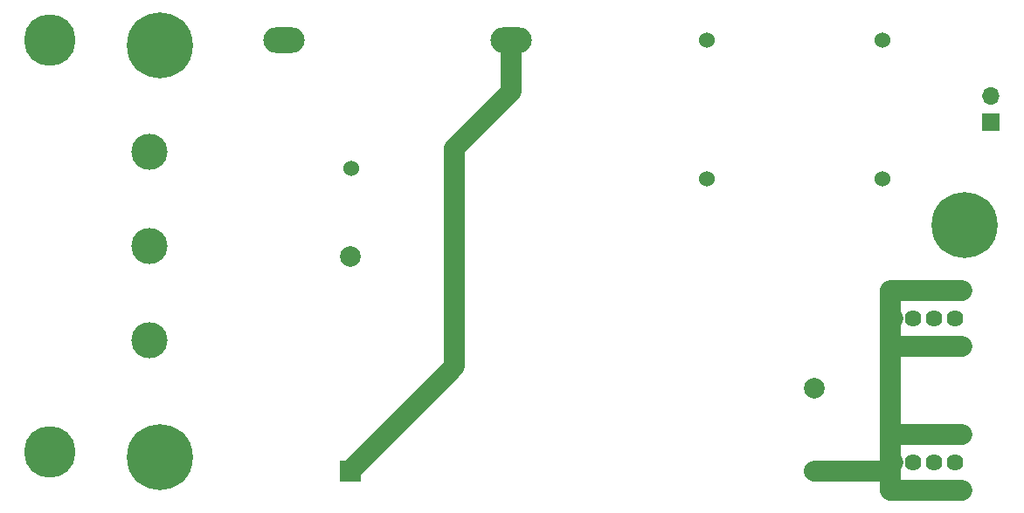
<source format=gbr>
G04 #@! TF.FileFunction,Copper,L2,Bot,Signal*
%FSLAX46Y46*%
G04 Gerber Fmt 4.6, Leading zero omitted, Abs format (unit mm)*
G04 Created by KiCad (PCBNEW 4.0.7) date 08/27/18 20:28:57*
%MOMM*%
%LPD*%
G01*
G04 APERTURE LIST*
%ADD10C,0.100000*%
%ADD11C,1.524000*%
%ADD12C,6.400000*%
%ADD13C,2.000000*%
%ADD14R,2.000000X2.000000*%
%ADD15O,4.000000X2.500000*%
%ADD16R,1.700000X1.700000*%
%ADD17O,1.700000X1.700000*%
%ADD18C,1.620000*%
%ADD19C,1.850000*%
%ADD20C,3.500000*%
%ADD21C,5.000000*%
%ADD22C,2.000000*%
G04 APERTURE END LIST*
D10*
D11*
X123000000Y-57000000D03*
X123000000Y-70500000D03*
X140000000Y-57000000D03*
X140000000Y-70500000D03*
D12*
X70000000Y-97500000D03*
X70000000Y-57500000D03*
D13*
X133400000Y-90800000D03*
X133400000Y-98800000D03*
X88400000Y-78000000D03*
D14*
X88400000Y-98800000D03*
D15*
X82000000Y-57000000D03*
X104000000Y-57000000D03*
D16*
X150500000Y-65000000D03*
D17*
X150500000Y-62460000D03*
D18*
X147000000Y-98000000D03*
X145000000Y-98000000D03*
X143000000Y-98000000D03*
D19*
X147730000Y-100720000D03*
D18*
X141000000Y-98000000D03*
D19*
X140730000Y-100720000D03*
X147730000Y-95280000D03*
X140730000Y-95280000D03*
D18*
X147000000Y-84000000D03*
X145000000Y-84000000D03*
X143000000Y-84000000D03*
D19*
X147730000Y-86720000D03*
D18*
X141000000Y-84000000D03*
D19*
X140730000Y-86720000D03*
X147730000Y-81280000D03*
X140730000Y-81280000D03*
D20*
X69000000Y-77000000D03*
X69000000Y-86140000D03*
X69000000Y-67860000D03*
D21*
X59350000Y-97000000D03*
X59350000Y-57000000D03*
D11*
X98500000Y-67500000D03*
X88500000Y-69500000D03*
D12*
X148000000Y-75000000D03*
D22*
X98500000Y-67500000D02*
X98500000Y-88700000D01*
X98500000Y-88700000D02*
X88400000Y-98800000D01*
X104000000Y-57000000D02*
X104000000Y-62000000D01*
X104000000Y-62000000D02*
X98500000Y-67500000D01*
X133400000Y-98800000D02*
X140200000Y-98800000D01*
X140200000Y-98800000D02*
X141000000Y-98000000D01*
X140730000Y-95280000D02*
X140730000Y-86720000D01*
X140730000Y-81280000D02*
X147730000Y-81280000D01*
X140730000Y-86720000D02*
X147730000Y-86720000D01*
X140730000Y-81280000D02*
X140730000Y-83730000D01*
X140730000Y-83730000D02*
X141000000Y-84000000D01*
X140730000Y-86720000D02*
X140730000Y-84270000D01*
X140730000Y-84270000D02*
X141000000Y-84000000D01*
X140730000Y-95280000D02*
X147730000Y-95280000D01*
X140730000Y-100720000D02*
X147730000Y-100720000D01*
X140730000Y-95280000D02*
X140730000Y-97730000D01*
X140730000Y-97730000D02*
X141000000Y-98000000D01*
X140730000Y-100720000D02*
X140730000Y-98270000D01*
X140730000Y-98270000D02*
X141000000Y-98000000D01*
M02*

</source>
